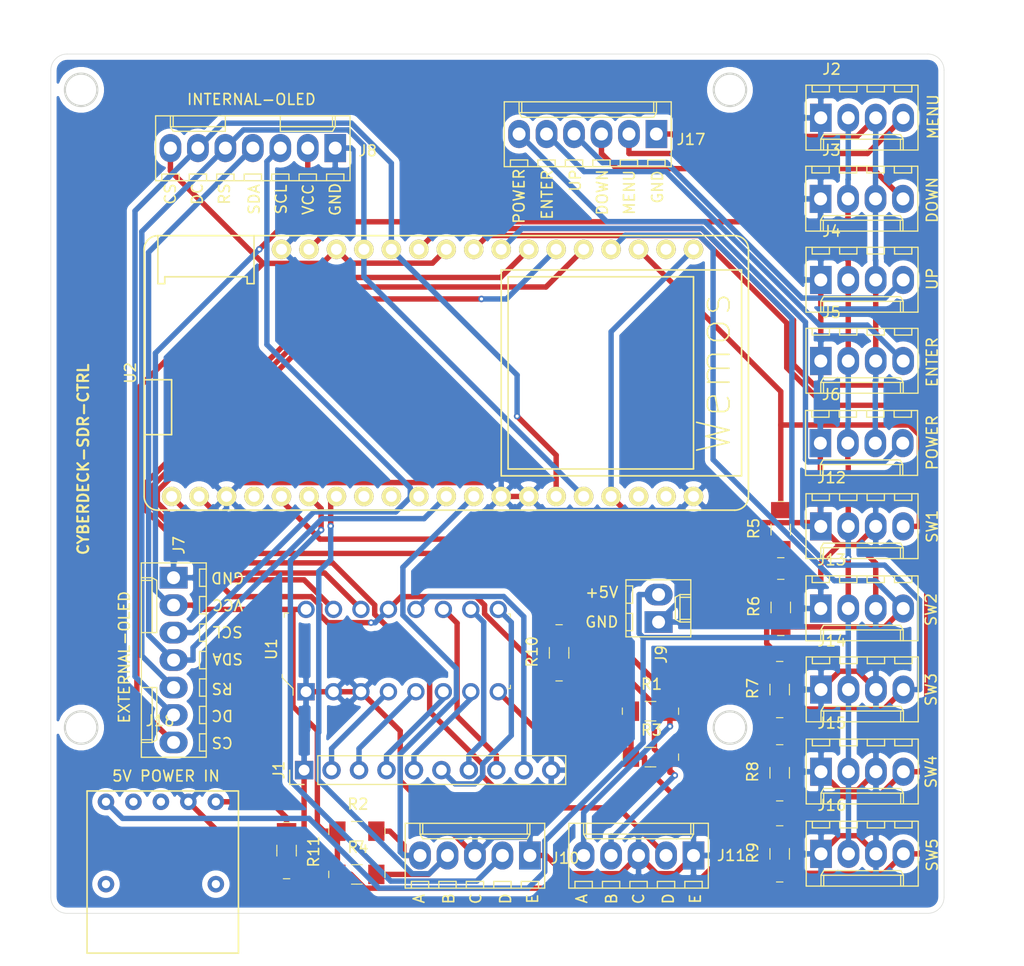
<source format=kicad_pcb>
(kicad_pcb (version 20171130) (host pcbnew "(5.1.8)-1")
  (layers (0 F.Cu signal) (31 B.Cu signal) (34 B.Paste user) (35 F.Paste user) (36 B.SilkS user) (37 F.SilkS user) (38 B.Mask user) (39 F.Mask user) (44 Edge.Cuts user))
  (net 0 "")
  (net 1 GND)
  (net 2 /C1)
  (net 3 /C2)
  (net 4 /C3)
  (net 5 /C4)
  (net 6 /R1)
  (net 7 /R2)
  (net 8 /R3)
  (net 9 /R4)
  (net 10 +5V)
  (net 11 "Net-(U2-Pad33)")
  (net 12 "Net-(U2-Pad28)")
  (net 13 "Net-(U2-Pad2)")
  (net 14 "Net-(U2-Pad19)")
  (net 15 "Net-(U2-Pad18)")
  (net 16 "Net-(U2-Pad29)")
  (net 17 R1-SW)
  (net 18 R1-B)
  (net 19 R1-A)
  (net 20 R2-SW)
  (net 21 R2-B)
  (net 22 R2-A)
  (net 23 SW-1)
  (net 24 SW-2)
  (net 25 SW-3)
  (net 26 SW-4)
  (net 27 SW-5)
  (net 28 +3V3)
  (net 29 SCL)
  (net 30 SDA)
  (net 31 D1-RS)
  (net 32 D1-DC)
  (net 33 D1-CS)
  (net 34 KP-SDA)
  (net 35 KP-SCL)
  (net 36 KP-INT)
  (net 37 SW_GND)
  (net 38 VD_SW_1)
  (net 39 VD_SW_2)
  (net 40 VD_SW_3)
  (net 41 VD_SW_4)
  (net 42 VD_SW_5)
  (net 43 "Net-(J18-Pad5)")
  (net 44 "Net-(J18-Pad3)")
  (net 45 "Net-(J18-Pad2)")
  (module digikey-footprints:1206 (layer F.Cu) (at 61.8 108.7 270)
    (fp_text reference R11 (at 0.1 -2.5 90) (layer F.SilkS))
    (fp_text value 33)
    (pad 2 smd rect (at 1.8 0 270) (size 1.5 1.8) (layers F.Cu F.Paste F.Mask) (net 1 GND))
    (pad 1 smd rect (at -1.8 0 270) (size 1.5 1.8) (layers F.Cu F.Paste F.Mask) (net 43 "Net-(J18-Pad5)"))
  )
  (module "Techdroid Lib:USB-Module-Micro" (layer F.Cu) (at 50.1 96.18)
    (fp_text reference J18 (at 0 0.5) (layer F.SilkS))
    (fp_text value USB_A)
    (pad 6 thru_hole circle (at 5.16 15.62) (size 1.524 1.524) (drill 0.762) (layers *.Cu *.Mask))
    (pad 6 thru_hole circle (at -5 15.62) (size 1.524 1.524) (drill 0.762) (layers *.Cu *.Mask))
    (pad 5 thru_hole circle (at 5.16 8) (size 1.524 1.524) (drill 0.762) (layers *.Cu *.Mask) (net 43 "Net-(J18-Pad5)"))
    (pad 4 thru_hole circle (at 2.62 8) (size 1.524 1.524) (drill 0.762) (layers *.Cu *.Mask) (net 1 GND))
    (pad 3 thru_hole circle (at 0.08 8) (size 1.524 1.524) (drill 0.762) (layers *.Cu *.Mask) (net 44 "Net-(J18-Pad3)"))
    (pad 2 thru_hole circle (at -2.46 8) (size 1.524 1.524) (drill 0.762) (layers *.Cu *.Mask) (net 45 "Net-(J18-Pad2)"))
    (pad 1 thru_hole circle (at -5 8) (size 1.524 1.524) (drill 0.762) (layers *.Cu *.Mask) (net 10 +5V))
  )
  (module digikey-footprints:1206 (layer F.Cu) (at 87 90.4 90)
    (fp_text reference R10 (at 0.1 -2.5 90) (layer F.SilkS))
    (fp_text value 10K)
    (pad 2 smd rect (at 1.8 0 90) (size 1.5 1.8) (layers F.Cu F.Paste F.Mask) (net 28 +3V3))
    (pad 1 smd rect (at -1.8 0 90) (size 1.5 1.8) (layers F.Cu F.Paste F.Mask) (net 36 KP-INT))
  )
  (module Connectors_Molex:Molex_KK-6410-06_06x2.54mm_Straight (layer F.Cu) (at 96 42.4 180)
    (fp_text reference J17 (at -3.2 -0.5) (layer F.SilkS))
    (fp_text value Conn_01x06_Female)
    (pad 1 thru_hole rect (at 0 0 180) (size 2 2.6) (drill 1.2) (layers *.Cu *.Mask) (net 37 SW_GND))
    (pad 2 thru_hole oval (at 2.54 0 180) (size 2 2.6) (drill 1.2) (layers *.Cu *.Mask) (net 38 VD_SW_1))
    (pad 3 thru_hole oval (at 5.08 0 180) (size 2 2.6) (drill 1.2) (layers *.Cu *.Mask) (net 39 VD_SW_2))
    (pad 4 thru_hole oval (at 7.62 0 180) (size 2 2.6) (drill 1.2) (layers *.Cu *.Mask) (net 40 VD_SW_3))
    (pad 5 thru_hole oval (at 10.16 0 180) (size 2 2.6) (drill 1.2) (layers *.Cu *.Mask) (net 41 VD_SW_4))
    (pad 6 thru_hole oval (at 12.7 0 180) (size 2 2.6) (drill 1.2) (layers *.Cu *.Mask) (net 42 VD_SW_5))
  )
  (module Connectors_Molex:Molex_KK-6410-04_04x2.54mm_Straight (layer F.Cu) (at 111.22 109)
    (fp_text reference J16 (at 1 -4.5) (layer F.SilkS))
    (fp_text value Conn_01x04_Female)
    (pad 1 thru_hole rect (at 0 0) (size 2 2.6) (drill 1.2) (layers *.Cu *.Mask) (net 1 GND))
    (pad 2 thru_hole oval (at 2.54 0) (size 2 2.6) (drill 1.2) (layers *.Cu *.Mask) (net 10 +5V))
    (pad 3 thru_hole oval (at 5.08 0) (size 2 2.6) (drill 1.2) (layers *.Cu *.Mask) (net 1 GND))
    (pad 4 thru_hole oval (at 7.62 0) (size 2 2.6) (drill 1.2) (layers *.Cu *.Mask) (net 27 SW-5))
  )
  (module Connectors_Molex:Molex_KK-6410-04_04x2.54mm_Straight (layer F.Cu) (at 111.22 101.4)
    (fp_text reference J15 (at 1 -4.5) (layer F.SilkS))
    (fp_text value Conn_01x04_Female)
    (pad 1 thru_hole rect (at 0 0) (size 2 2.6) (drill 1.2) (layers *.Cu *.Mask) (net 1 GND))
    (pad 2 thru_hole oval (at 2.54 0) (size 2 2.6) (drill 1.2) (layers *.Cu *.Mask) (net 10 +5V))
    (pad 3 thru_hole oval (at 5.08 0) (size 2 2.6) (drill 1.2) (layers *.Cu *.Mask) (net 1 GND))
    (pad 4 thru_hole oval (at 7.62 0) (size 2 2.6) (drill 1.2) (layers *.Cu *.Mask) (net 26 SW-4))
  )
  (module Connectors_Molex:Molex_KK-6410-04_04x2.54mm_Straight (layer F.Cu) (at 111.22 93.8)
    (fp_text reference J14 (at 1 -4.5) (layer F.SilkS))
    (fp_text value Conn_01x04_Female)
    (pad 1 thru_hole rect (at 0 0) (size 2 2.6) (drill 1.2) (layers *.Cu *.Mask) (net 1 GND))
    (pad 2 thru_hole oval (at 2.54 0) (size 2 2.6) (drill 1.2) (layers *.Cu *.Mask) (net 10 +5V))
    (pad 3 thru_hole oval (at 5.08 0) (size 2 2.6) (drill 1.2) (layers *.Cu *.Mask) (net 1 GND))
    (pad 4 thru_hole oval (at 7.62 0) (size 2 2.6) (drill 1.2) (layers *.Cu *.Mask) (net 25 SW-3))
  )
  (module Connectors_Molex:Molex_KK-6410-04_04x2.54mm_Straight (layer F.Cu) (at 111.2 86.3)
    (fp_text reference J13 (at 1 -4.5) (layer F.SilkS))
    (fp_text value Conn_01x04_Female)
    (pad 1 thru_hole rect (at 0 0) (size 2 2.6) (drill 1.2) (layers *.Cu *.Mask) (net 1 GND))
    (pad 2 thru_hole oval (at 2.54 0) (size 2 2.6) (drill 1.2) (layers *.Cu *.Mask) (net 10 +5V))
    (pad 3 thru_hole oval (at 5.08 0) (size 2 2.6) (drill 1.2) (layers *.Cu *.Mask) (net 1 GND))
    (pad 4 thru_hole oval (at 7.62 0) (size 2 2.6) (drill 1.2) (layers *.Cu *.Mask) (net 24 SW-2))
  )
  (module Connectors_Molex:Molex_KK-6410-04_04x2.54mm_Straight (layer F.Cu) (at 111.2 78.7)
    (fp_text reference J12 (at 1 -4.5) (layer F.SilkS))
    (fp_text value Conn_01x04_Female)
    (pad 1 thru_hole rect (at 0 0) (size 2 2.6) (drill 1.2) (layers *.Cu *.Mask) (net 1 GND))
    (pad 2 thru_hole oval (at 2.54 0) (size 2 2.6) (drill 1.2) (layers *.Cu *.Mask) (net 10 +5V))
    (pad 3 thru_hole oval (at 5.08 0) (size 2 2.6) (drill 1.2) (layers *.Cu *.Mask) (net 1 GND))
    (pad 4 thru_hole oval (at 7.62 0) (size 2 2.6) (drill 1.2) (layers *.Cu *.Mask) (net 23 SW-1))
  )
  (module Connectors_Molex:Molex_KK-6410-04_04x2.54mm_Straight (layer F.Cu) (at 111.16 71)
    (fp_text reference J6 (at 1 -4.5) (layer F.SilkS))
    (fp_text value Conn_01x04_Female)
    (pad 1 thru_hole rect (at 0 0) (size 2 2.6) (drill 1.2) (layers *.Cu *.Mask) (net 1 GND))
    (pad 2 thru_hole oval (at 2.54 0) (size 2 2.6) (drill 1.2) (layers *.Cu *.Mask) (net 10 +5V))
    (pad 3 thru_hole oval (at 5.08 0) (size 2 2.6) (drill 1.2) (layers *.Cu *.Mask) (net 37 SW_GND))
    (pad 4 thru_hole oval (at 7.62 0) (size 2 2.6) (drill 1.2) (layers *.Cu *.Mask) (net 42 VD_SW_5))
  )
  (module Connectors_Molex:Molex_KK-6410-04_04x2.54mm_Straight (layer F.Cu) (at 111.2 63.4)
    (fp_text reference J5 (at 1 -4.5) (layer F.SilkS))
    (fp_text value Conn_01x04_Female)
    (pad 1 thru_hole rect (at 0 0) (size 2 2.6) (drill 1.2) (layers *.Cu *.Mask) (net 1 GND))
    (pad 2 thru_hole oval (at 2.54 0) (size 2 2.6) (drill 1.2) (layers *.Cu *.Mask) (net 10 +5V))
    (pad 3 thru_hole oval (at 5.08 0) (size 2 2.6) (drill 1.2) (layers *.Cu *.Mask) (net 37 SW_GND))
    (pad 4 thru_hole oval (at 7.62 0) (size 2 2.6) (drill 1.2) (layers *.Cu *.Mask) (net 41 VD_SW_4))
  )
  (module Connectors_Molex:Molex_KK-6410-04_04x2.54mm_Straight (layer F.Cu) (at 111.2 55.9)
    (fp_text reference J4 (at 1 -4.5) (layer F.SilkS))
    (fp_text value Conn_01x04_Female)
    (pad 1 thru_hole rect (at 0 0) (size 2 2.6) (drill 1.2) (layers *.Cu *.Mask) (net 1 GND))
    (pad 2 thru_hole oval (at 2.54 0) (size 2 2.6) (drill 1.2) (layers *.Cu *.Mask) (net 10 +5V))
    (pad 3 thru_hole oval (at 5.08 0) (size 2 2.6) (drill 1.2) (layers *.Cu *.Mask) (net 37 SW_GND))
    (pad 4 thru_hole oval (at 7.62 0) (size 2 2.6) (drill 1.2) (layers *.Cu *.Mask) (net 40 VD_SW_3))
  )
  (module Connectors_Molex:Molex_KK-6410-04_04x2.54mm_Straight (layer F.Cu) (at 111.18 48.4)
    (fp_text reference J3 (at 1 -4.5) (layer F.SilkS))
    (fp_text value Conn_01x04_Female)
    (pad 1 thru_hole rect (at 0 0) (size 2 2.6) (drill 1.2) (layers *.Cu *.Mask) (net 1 GND))
    (pad 2 thru_hole oval (at 2.54 0) (size 2 2.6) (drill 1.2) (layers *.Cu *.Mask) (net 10 +5V))
    (pad 3 thru_hole oval (at 5.08 0) (size 2 2.6) (drill 1.2) (layers *.Cu *.Mask) (net 37 SW_GND))
    (pad 4 thru_hole oval (at 7.62 0) (size 2 2.6) (drill 1.2) (layers *.Cu *.Mask) (net 39 VD_SW_2))
  )
  (module Connectors_Molex:Molex_KK-6410-04_04x2.54mm_Straight (layer F.Cu) (at 111.2 40.9)
    (fp_text reference J2 (at 1 -4.5) (layer F.SilkS))
    (fp_text value Conn_01x04_Female)
    (pad 1 thru_hole rect (at 0 0) (size 2 2.6) (drill 1.2) (layers *.Cu *.Mask) (net 1 GND))
    (pad 2 thru_hole oval (at 2.54 0) (size 2 2.6) (drill 1.2) (layers *.Cu *.Mask) (net 10 +5V))
    (pad 3 thru_hole oval (at 5.08 0) (size 2 2.6) (drill 1.2) (layers *.Cu *.Mask) (net 37 SW_GND))
    (pad 4 thru_hole oval (at 7.62 0) (size 2 2.6) (drill 1.2) (layers *.Cu *.Mask) (net 38 VD_SW_1))
  )
  (module Connectors_Molex:Molex_KK-6410-05_05x2.54mm_Straight (layer F.Cu) (at 99.43 109.15 180)
    (fp_text reference J11 (at -3.5 0) (layer F.SilkS))
    (fp_text value Conn_01x05_Female)
    (pad 1 thru_hole rect (at 0 0 180) (size 2 2.6) (drill 1.2) (layers *.Cu *.Mask) (net 1 GND))
    (pad 2 thru_hole oval (at 2.54 0 180) (size 2 2.6) (drill 1.2) (layers *.Cu *.Mask) (net 20 R2-SW))
    (pad 3 thru_hole oval (at 5.08 0 180) (size 2 2.6) (drill 1.2) (layers *.Cu *.Mask) (net 1 GND))
    (pad 4 thru_hole oval (at 7.62 0 180) (size 2 2.6) (drill 1.2) (layers *.Cu *.Mask) (net 21 R2-B))
    (pad 5 thru_hole oval (at 10.16 0 180) (size 2 2.6) (drill 1.2) (layers *.Cu *.Mask) (net 22 R2-A))
  )
  (module Connectors_Molex:Molex_KK-6410-05_05x2.54mm_Straight (layer F.Cu) (at 84.3 109.15 180)
    (fp_text reference J10 (at -3.25 -0.25) (layer F.SilkS))
    (fp_text value Conn_01x05_Female)
    (pad 1 thru_hole rect (at 0 0 180) (size 2 2.6) (drill 1.2) (layers *.Cu *.Mask) (net 1 GND))
    (pad 2 thru_hole oval (at 2.54 0 180) (size 2 2.6) (drill 1.2) (layers *.Cu *.Mask) (net 17 R1-SW))
    (pad 3 thru_hole oval (at 5.08 0 180) (size 2 2.6) (drill 1.2) (layers *.Cu *.Mask) (net 1 GND))
    (pad 4 thru_hole oval (at 7.62 0 180) (size 2 2.6) (drill 1.2) (layers *.Cu *.Mask) (net 18 R1-B))
    (pad 5 thru_hole oval (at 10.16 0 180) (size 2 2.6) (drill 1.2) (layers *.Cu *.Mask) (net 19 R1-A))
  )
  (module Connectors_Molex:Molex_KK-6410-02_02x2.54mm_Straight (layer F.Cu) (at 96.2 87.55 90)
    (fp_text reference J9 (at -3 0.25 90) (layer F.SilkS))
    (fp_text value Conn_01x02)
    (pad 1 thru_hole rect (at 0 0 90) (size 2 2.6) (drill 1.2) (layers *.Cu *.Mask) (net 1 GND))
    (pad 2 thru_hole oval (at 2.54 0 90) (size 2 2.6) (drill 1.2) (layers *.Cu *.Mask) (net 10 +5V))
  )
  (module Connectors_Molex:Molex_KK-6410-07_07x2.54mm_Straight (layer F.Cu) (at 66.3 43.7 180)
    (fp_text reference J8 (at -3 -0.25) (layer F.SilkS))
    (fp_text value SINGLE-OLED)
    (pad 1 thru_hole rect (at 0 0 180) (size 2 2.6) (drill 1.2) (layers *.Cu *.Mask) (net 1 GND))
    (pad 2 thru_hole oval (at 2.54 0 180) (size 2 2.6) (drill 1.2) (layers *.Cu *.Mask) (net 28 +3V3))
    (pad 3 thru_hole oval (at 5.08 0 180) (size 2 2.6) (drill 1.2) (layers *.Cu *.Mask) (net 29 SCL))
    (pad 4 thru_hole oval (at 7.62 0 180) (size 2 2.6) (drill 1.2) (layers *.Cu *.Mask) (net 30 SDA))
    (pad 5 thru_hole oval (at 10.16 0 180) (size 2 2.6) (drill 1.2) (layers *.Cu *.Mask) (net 31 D1-RS))
    (pad 6 thru_hole oval (at 12.7 0 180) (size 2 2.6) (drill 1.2) (layers *.Cu *.Mask) (net 32 D1-DC))
    (pad 7 thru_hole oval (at 15.24 0 180) (size 2 2.6) (drill 1.2) (layers *.Cu *.Mask) (net 33 D1-CS))
  )
  (module Connectors_Molex:Molex_KK-6410-07_07x2.54mm_Straight (layer F.Cu) (at 51.35 83.45 270)
    (fp_text reference J7 (at -3 -0.5 90) (layer F.SilkS))
    (fp_text value COLOR-OLED)
    (pad 1 thru_hole rect (at 0 0 270) (size 2 2.6) (drill 1.2) (layers *.Cu *.Mask) (net 1 GND))
    (pad 2 thru_hole oval (at 2.54 0 270) (size 2 2.6) (drill 1.2) (layers *.Cu *.Mask) (net 28 +3V3))
    (pad 3 thru_hole oval (at 5.08 0 270) (size 2 2.6) (drill 1.2) (layers *.Cu *.Mask) (net 29 SCL))
    (pad 4 thru_hole oval (at 7.62 0 270) (size 2 2.6) (drill 1.2) (layers *.Cu *.Mask) (net 30 SDA))
    (pad 5 thru_hole oval (at 10.16 0 270) (size 2 2.6) (drill 1.2) (layers *.Cu *.Mask) (net 31 D1-RS))
    (pad 6 thru_hole oval (at 12.7 0 270) (size 2 2.6) (drill 1.2) (layers *.Cu *.Mask) (net 32 D1-DC))
    (pad 7 thru_hole oval (at 15.24 0 270) (size 2 2.6) (drill 1.2) (layers *.Cu *.Mask) (net 33 D1-CS))
  )
  (module digikey-footprints:1206 (layer F.Cu) (at 107.4 109 90)
    (fp_text reference R9 (at 0.1 -2.5 90) (layer F.SilkS))
    (fp_text value 10K)
    (pad 2 smd rect (at 1.8 0 90) (size 1.5 1.8) (layers F.Cu F.Paste F.Mask) (net 28 +3V3))
    (pad 1 smd rect (at -1.8 0 90) (size 1.5 1.8) (layers F.Cu F.Paste F.Mask) (net 27 SW-5))
  )
  (module digikey-footprints:1206 (layer F.Cu) (at 107.4 101.5 90)
    (fp_text reference R8 (at 0.1 -2.5 90) (layer F.SilkS))
    (fp_text value 10K)
    (pad 2 smd rect (at 1.8 0 90) (size 1.5 1.8) (layers F.Cu F.Paste F.Mask) (net 28 +3V3))
    (pad 1 smd rect (at -1.8 0 90) (size 1.5 1.8) (layers F.Cu F.Paste F.Mask) (net 26 SW-4))
  )
  (module digikey-footprints:1206 (layer F.Cu) (at 107.4 93.8 90)
    (fp_text reference R7 (at 0.1 -2.5 90) (layer F.SilkS))
    (fp_text value 10K)
    (pad 2 smd rect (at 1.8 0 90) (size 1.5 1.8) (layers F.Cu F.Paste F.Mask) (net 28 +3V3))
    (pad 1 smd rect (at -1.8 0 90) (size 1.5 1.8) (layers F.Cu F.Paste F.Mask) (net 25 SW-3))
  )
  (module digikey-footprints:1206 (layer F.Cu) (at 107.5 86.2 90)
    (fp_text reference R6 (at 0.1 -2.5 90) (layer F.SilkS))
    (fp_text value 10K)
    (pad 2 smd rect (at 1.8 0 90) (size 1.5 1.8) (layers F.Cu F.Paste F.Mask) (net 28 +3V3))
    (pad 1 smd rect (at -1.8 0 90) (size 1.5 1.8) (layers F.Cu F.Paste F.Mask) (net 24 SW-2))
  )
  (module digikey-footprints:1206 (layer F.Cu) (at 107.5 79 90)
    (fp_text reference R5 (at 0.1 -2.5 90) (layer F.SilkS))
    (fp_text value 10K)
    (pad 2 smd rect (at 1.8 0 90) (size 1.5 1.8) (layers F.Cu F.Paste F.Mask) (net 23 SW-1))
    (pad 1 smd rect (at -1.8 0 90) (size 1.5 1.8) (layers F.Cu F.Paste F.Mask) (net 28 +3V3))
  )
  (module ESP32:LoLin_32_Board (layer F.Cu) (at 75.3 64.5 270)
    (fp_text reference U2 (at 0 27.94 90) (layer F.SilkS))
    (fp_text value Wemos_LoLin32)
    (fp_text user Wemos (at 0 -26.035 90) (layer F.SilkS) (effects (font (size 3 3))))
    (pad 36 thru_hole circle (at 11.43 24.13 270) (size 1.8 1.8) (drill 1.016) (layers *.Cu *.Mask F.SilkS) (net 20 R2-SW))
    (pad 35 thru_hole circle (at 11.43 21.59 270) (size 1.8 1.8) (drill 1.016) (layers *.Cu *.Mask F.SilkS) (net 21 R2-B))
    (pad 34 thru_hole circle (at 11.43 19.05 270) (size 1.8 1.8) (drill 1.016) (layers *.Cu *.Mask F.SilkS) (net 1 GND))
    (pad 33 thru_hole circle (at 11.43 16.51 270) (size 1.8 1.8) (drill 1.016) (layers *.Cu *.Mask F.SilkS) (net 11 "Net-(U2-Pad33)"))
    (pad 32 thru_hole circle (at 11.43 13.97 270) (size 1.8 1.8) (drill 1.016) (layers *.Cu *.Mask F.SilkS) (net 22 R2-A))
    (pad 31 thru_hole circle (at 11.43 11.43 270) (size 1.8 1.8) (drill 1.016) (layers *.Cu *.Mask F.SilkS) (net 17 R1-SW))
    (pad 30 thru_hole circle (at 11.43 8.89 270) (size 1.8 1.8) (drill 1.016) (layers *.Cu *.Mask F.SilkS) (net 18 R1-B))
    (pad 29 thru_hole circle (at 11.43 6.35 270) (size 1.8 1.8) (drill 1.016) (layers *.Cu *.Mask F.SilkS) (net 16 "Net-(U2-Pad29)"))
    (pad 28 thru_hole circle (at 11.43 3.81 270) (size 1.8 1.8) (drill 1.016) (layers *.Cu *.Mask F.SilkS) (net 12 "Net-(U2-Pad28)"))
    (pad 27 thru_hole circle (at 11.43 1.27 270) (size 1.8 1.8) (drill 1.016) (layers *.Cu *.Mask F.SilkS) (net 29 SCL))
    (pad 26 thru_hole circle (at 11.43 -1.27 270) (size 1.8 1.8) (drill 1.016) (layers *.Cu *.Mask F.SilkS) (net 30 SDA))
    (pad 25 thru_hole circle (at 11.43 -3.81 270) (size 1.8 1.8) (drill 1.016) (layers *.Cu *.Mask F.SilkS) (net 19 R1-A))
    (pad 16 thru_hole circle (at -11.43 13.97 270) (size 1.8 1.8) (drill 1.016) (layers *.Cu *.Mask F.SilkS) (net 1 GND))
    (pad 15 thru_hole circle (at -11.43 11.43 270) (size 1.8 1.8) (drill 1.016) (layers *.Cu *.Mask F.SilkS) (net 10 +5V))
    (pad 14 thru_hole circle (at -11.43 8.89 270) (size 1.8 1.8) (drill 1.016) (layers *.Cu *.Mask F.SilkS) (net 33 D1-CS))
    (pad 13 thru_hole circle (at -11.43 6.35 270) (size 1.8 1.8) (drill 1.016) (layers *.Cu *.Mask F.SilkS) (net 31 D1-RS))
    (pad 12 thru_hole circle (at -11.43 3.81 270) (size 1.8 1.8) (drill 1.016) (layers *.Cu *.Mask F.SilkS) (net 32 D1-DC))
    (pad 11 thru_hole circle (at -11.43 1.27 270) (size 1.8 1.8) (drill 1.016) (layers *.Cu *.Mask F.SilkS) (net 27 SW-5))
    (pad 10 thru_hole circle (at -11.43 -1.27 270) (size 1.8 1.8) (drill 1.016) (layers *.Cu *.Mask F.SilkS) (net 33 D1-CS))
    (pad 9 thru_hole circle (at -11.43 -3.81 270) (size 1.8 1.8) (drill 1.016) (layers *.Cu *.Mask F.SilkS) (net 26 SW-4))
    (pad 8 thru_hole circle (at -11.43 -6.35 270) (size 1.8 1.8) (drill 1.016) (layers *.Cu *.Mask F.SilkS) (net 25 SW-3))
    (pad 7 thru_hole circle (at -11.43 -8.89 270) (size 1.8 1.8) (drill 1.016) (layers *.Cu *.Mask F.SilkS) (net 36 KP-INT))
    (pad 6 thru_hole circle (at -11.43 -11.43 270) (size 1.8 1.8) (drill 1.016) (layers *.Cu *.Mask F.SilkS) (net 35 KP-SCL))
    (pad 5 thru_hole circle (at -11.43 -13.97 270) (size 1.8 1.8) (drill 1.016) (layers *.Cu *.Mask F.SilkS) (net 34 KP-SDA))
    (pad 4 thru_hole circle (at -11.43 -16.51 270) (size 1.8 1.8) (drill 1.016) (layers *.Cu *.Mask F.SilkS) (net 24 SW-2))
    (pad 3 thru_hole circle (at -11.43 -19.05 270) (size 1.8 1.8) (drill 1.016) (layers *.Cu *.Mask F.SilkS) (net 23 SW-1))
    (pad 2 thru_hole circle (at -11.43 -21.59 270) (size 1.8 1.8) (drill 1.016) (layers *.Cu *.Mask F.SilkS) (net 13 "Net-(U2-Pad2)"))
    (pad 1 thru_hole circle (at -11.43 -24.13 270) (size 1.8 1.8) (drill 1.016) (layers *.Cu *.Mask F.SilkS) (net 28 +3V3))
    (pad 24 thru_hole circle (at 11.43 -6.35 270) (size 1.8 1.8) (drill 1.016) (layers *.Cu *.Mask F.SilkS) (net 1 GND))
    (pad 23 thru_hole circle (at 11.43 -8.89 270) (size 1.8 1.8) (drill 1.016) (layers *.Cu *.Mask F.SilkS) (net 1 GND))
    (pad 22 thru_hole circle (at 11.43 -11.43 270) (size 1.8 1.8) (drill 1.016) (layers *.Cu *.Mask F.SilkS) (net 32 D1-DC))
    (pad 21 thru_hole circle (at 11.43 -13.97 270) (size 1.8 1.8) (drill 1.016) (layers *.Cu *.Mask F.SilkS) (net 31 D1-RS))
    (pad 20 thru_hole circle (at 11.43 -16.51 270) (size 1.8 1.8) (drill 1.016) (layers *.Cu *.Mask F.SilkS) (net 28 +3V3))
    (pad 19 thru_hole circle (at 11.43 -19.05 270) (size 1.8 1.8) (drill 1.016) (layers *.Cu *.Mask F.SilkS) (net 14 "Net-(U2-Pad19)"))
    (pad 18 thru_hole circle (at 11.43 -21.59 270) (size 1.8 1.8) (drill 1.016) (layers *.Cu *.Mask F.SilkS) (net 15 "Net-(U2-Pad18)"))
    (pad 17 thru_hole circle (at 11.43 -24.13 270) (size 1.8 1.8) (drill 1.016) (layers *.Cu *.Mask F.SilkS) (net 1 GND))
  )
  (module digikey-footprints:DIP-16_W7.62mm (layer F.Cu) (at 63.6 94 90)
    (fp_text reference U1 (at 3.94 -3.2 90) (layer F.SilkS))
    (fp_text value PCF8574)
    (pad 9 thru_hole circle (at 7.62 17.78 90) (size 1.6 1.6) (drill 1) (layers *.Cu *.Mask) (net 6 /R1))
    (pad 8 thru_hole circle (at 0 17.78 90) (size 1.6 1.6) (drill 1) (layers *.Cu *.Mask) (net 1 GND))
    (pad 16 thru_hole circle (at 7.62 0 90) (size 1.6 1.6) (drill 1) (layers *.Cu *.Mask) (net 28 +3V3))
    (pad 15 thru_hole circle (at 7.62 2.54 90) (size 1.6 1.6) (drill 1) (layers *.Cu *.Mask) (net 34 KP-SDA))
    (pad 14 thru_hole circle (at 7.62 5.08 90) (size 1.6 1.6) (drill 1) (layers *.Cu *.Mask) (net 35 KP-SCL))
    (pad 13 thru_hole circle (at 7.62 7.62 90) (size 1.6 1.6) (drill 1) (layers *.Cu *.Mask) (net 36 KP-INT))
    (pad 12 thru_hole circle (at 7.62 10.16 90) (size 1.6 1.6) (drill 1) (layers *.Cu *.Mask) (net 9 /R4))
    (pad 11 thru_hole circle (at 7.62 12.7 90) (size 1.6 1.6) (drill 1) (layers *.Cu *.Mask) (net 8 /R3))
    (pad 10 thru_hole circle (at 7.62 15.24 90) (size 1.6 1.6) (drill 1) (layers *.Cu *.Mask) (net 7 /R2))
    (pad 7 thru_hole circle (at 0 15.24 90) (size 1.6 1.6) (drill 1) (layers *.Cu *.Mask) (net 5 /C4))
    (pad 6 thru_hole circle (at 0 12.7 90) (size 1.6 1.6) (drill 1) (layers *.Cu *.Mask) (net 4 /C3))
    (pad 5 thru_hole circle (at 0 10.16 90) (size 1.6 1.6) (drill 1) (layers *.Cu *.Mask) (net 3 /C2))
    (pad 4 thru_hole circle (at 0 7.62 90) (size 1.6 1.6) (drill 1) (layers *.Cu *.Mask) (net 2 /C1))
    (pad 3 thru_hole circle (at 0 5.08 90) (size 1.6 1.6) (drill 1) (layers *.Cu *.Mask) (net 1 GND))
    (pad 2 thru_hole circle (at 0 2.54 90) (size 1.6 1.6) (drill 1) (layers *.Cu *.Mask) (net 1 GND))
    (pad 1 thru_hole rect (at 0 0 90) (size 1.6 1.6) (drill 1) (layers *.Cu *.Mask) (net 1 GND))
  )
  (module digikey-footprints:1206 (layer F.Cu) (at 68.3 110.9)
    (fp_text reference R4 (at 0.1 -2.5) (layer F.SilkS))
    (fp_text value 10K)
    (pad 2 smd rect (at 1.8 0) (size 1.5 1.8) (layers F.Cu F.Paste F.Mask) (net 18 R1-B))
    (pad 1 smd rect (at -1.8 0) (size 1.5 1.8) (layers F.Cu F.Paste F.Mask) (net 28 +3V3))
  )
  (module digikey-footprints:1206 (layer F.Cu) (at 95.45 100.05)
    (fp_text reference R3 (at 0.1 -2.5) (layer F.SilkS))
    (fp_text value 10K)
    (pad 2 smd rect (at 1.8 0) (size 1.5 1.8) (layers F.Cu F.Paste F.Mask) (net 21 R2-B))
    (pad 1 smd rect (at -1.8 0) (size 1.5 1.8) (layers F.Cu F.Paste F.Mask) (net 28 +3V3))
  )
  (module digikey-footprints:1206 (layer F.Cu) (at 68.3 106.9)
    (fp_text reference R2 (at 0.1 -2.5) (layer F.SilkS))
    (fp_text value 10K)
    (pad 2 smd rect (at 1.8 0) (size 1.5 1.8) (layers F.Cu F.Paste F.Mask) (net 19 R1-A))
    (pad 1 smd rect (at -1.8 0) (size 1.5 1.8) (layers F.Cu F.Paste F.Mask) (net 28 +3V3))
  )
  (module digikey-footprints:1206 (layer F.Cu) (at 95.45 95.8)
    (fp_text reference R1 (at 0.1 -2.5) (layer F.SilkS))
    (fp_text value 10K)
    (pad 2 smd rect (at 1.8 0) (size 1.5 1.8) (layers F.Cu F.Paste F.Mask) (net 22 R2-A))
    (pad 1 smd rect (at -1.8 0) (size 1.5 1.8) (layers F.Cu F.Paste F.Mask) (net 28 +3V3))
  )
  (module Pin_Headers:Pin_Header_Straight_1x10_Pitch2.54mm (layer F.Cu) (at 63.42 101.25 90)
    (fp_text reference J1 (at 0 -2.33 90) (layer F.SilkS))
    (fp_text value KEYPAD)
    (pad 1 thru_hole rect (at 0 0 90) (size 1.7 1.7) (drill 1) (layers *.Cu *.Mask) (net 1 GND))
    (pad 2 thru_hole oval (at 0 2.54 90) (size 1.7 1.7) (drill 1) (layers *.Cu *.Mask) (net 2 /C1))
    (pad 3 thru_hole oval (at 0 5.08 90) (size 1.7 1.7) (drill 1) (layers *.Cu *.Mask) (net 3 /C2))
    (pad 4 thru_hole oval (at 0 7.62 90) (size 1.7 1.7) (drill 1) (layers *.Cu *.Mask) (net 4 /C3))
    (pad 5 thru_hole oval (at 0 10.16 90) (size 1.7 1.7) (drill 1) (layers *.Cu *.Mask) (net 5 /C4))
    (pad 6 thru_hole oval (at 0 12.7 90) (size 1.7 1.7) (drill 1) (layers *.Cu *.Mask) (net 6 /R1))
    (pad 7 thru_hole oval (at 0 15.24 90) (size 1.7 1.7) (drill 1) (layers *.Cu *.Mask) (net 7 /R2))
    (pad 8 thru_hole oval (at 0 17.78 90) (size 1.7 1.7) (drill 1) (layers *.Cu *.Mask) (net 8 /R3))
    (pad 9 thru_hole oval (at 0 20.32 90) (size 1.7 1.7) (drill 1) (layers *.Cu *.Mask) (net 9 /R4))
    (pad 10 thru_hole oval (at 0 22.86 90) (size 1.7 1.7) (drill 1) (layers *.Cu *.Mask) (net 1 GND))
  )
  (gr_text "5V POWER IN" (at 50.65 101.8) (layer F.SilkS) (effects (font (size 1 1))))
  (gr_text SW5 (at 121.5 109.1 90) (layer F.SilkS) (effects (font (size 1 1))))
  (gr_text SW4 (at 121.4 101.4 90) (layer F.SilkS) (effects (font (size 1 1))))
  (gr_text SW3 (at 121.4 93.8 90) (layer F.SilkS) (effects (font (size 1 1))))
  (gr_text SW2 (at 121.4 86.4 90) (layer F.SilkS) (effects (font (size 1 1))))
  (gr_text SW1 (at 121.5 78.7 90) (layer F.SilkS) (effects (font (size 1 1))))
  (gr_text POWER (at 121.5 70.95 90) (layer F.SilkS) (effects (font (size 1 1))))
  (gr_text ENTER (at 121.5 63.5 90) (layer F.SilkS) (effects (font (size 1 1))))
  (gr_text UP (at 121.5 55.8 90) (layer F.SilkS) (effects (font (size 1 1))))
  (gr_text DOWN (at 121.5 48.5 90) (layer F.SilkS) (effects (font (size 1 1))))
  (gr_text MENU (at 121.6 40.8 90) (layer F.SilkS) (effects (font (size 1 1))))
  (gr_text POWER (at 83.3 48.15 90) (layer F.SilkS) (effects (font (size 1 1))))
  (gr_text ENTER (at 85.9 48 90) (layer F.SilkS) (effects (font (size 1 1))))
  (gr_text UP (at 88.5 46.7 90) (layer F.SilkS) (effects (font (size 1 1))))
  (gr_text DOWN (at 91 47.8 90) (layer F.SilkS) (effects (font (size 1 1))))
  (gr_text MENU (at 93.5 47.8 90) (layer F.SilkS) (effects (font (size 1 1))))
  (gr_text GND (at 96.1 47.3 90) (layer F.SilkS) (effects (font (size 1 1))))
  (gr_text CYBERDECK-SDR-CTRL (at 43 72.5 90) (layer F.SilkS) (effects (font (size 1 1) (thickness 0.2))))
  (gr_text +5V (at 90.95 84.8) (layer F.SilkS) (effects (font (size 1 1))))
  (gr_text GND (at 90.95 87.55) (layer F.SilkS) (effects (font (size 1 1))))
  (gr_text A (at 89.1 113.15 90) (layer F.SilkS) (effects (font (size 1 1))))
  (gr_text E (at 99.6 113.15 90) (layer F.SilkS) (effects (font (size 1 1))))
  (gr_text C (at 94.35 113.15 90) (layer F.SilkS) (effects (font (size 1 1))))
  (gr_text D (at 97.1 113.15 90) (layer F.SilkS) (effects (font (size 1 1))))
  (gr_text B (at 91.85 113.15 90) (layer F.SilkS) (effects (font (size 1 1))))
  (gr_text A (at 74.05 113.15 90) (layer F.SilkS) (effects (font (size 1 1))))
  (gr_text E (at 84.55 113.15 90) (layer F.SilkS) (effects (font (size 1 1))))
  (gr_text C (at 79.3 113.15 90) (layer F.SilkS) (effects (font (size 1 1))))
  (gr_text B (at 76.8 113.15 90) (layer F.SilkS) (effects (font (size 1 1))))
  (gr_text D (at 82.05 113.15 90) (layer F.SilkS) (effects (font (size 1 1))))
  (gr_text EXTERNAL-OLED (at 46.8 90.8 90) (layer F.SilkS) (effects (font (size 1 1))))
  (gr_text RS (at 55.85 93.7 180) (layer F.SilkS) (effects (font (size 1 1))))
  (gr_text VCC (at 56.35 85.95 180) (layer F.SilkS) (effects (font (size 1 1))))
  (gr_text DC (at 55.85 96.2 180) (layer F.SilkS) (effects (font (size 1 1))))
  (gr_text SDA (at 56.35 90.95 180) (layer F.SilkS) (effects (font (size 1 1))))
  (gr_text SCL (at 56.35 88.45 180) (layer F.SilkS) (effects (font (size 1 1))))
  (gr_text CS (at 55.85 98.7 180) (layer F.SilkS) (effects (font (size 1 1))))
  (gr_text GND (at 56.35 83.45 180) (layer F.SilkS) (effects (font (size 1 1))))
  (gr_text GND (at 66.3 48.45 90) (layer F.SilkS) (effects (font (size 1 1))))
  (gr_text VCC (at 63.8 48.45 90) (layer F.SilkS) (effects (font (size 1 1))))
  (gr_text SCL (at 61.3 48.45 90) (layer F.SilkS) (effects (font (size 1 1))))
  (gr_text SDA (at 58.8 48.45 90) (layer F.SilkS) (effects (font (size 1 1))))
  (gr_text RS (at 56.05 47.95 90) (layer F.SilkS) (effects (font (size 1 1))))
  (gr_text DC (at 53.55 47.95 90) (layer F.SilkS) (effects (font (size 1 1))))
  (gr_text CS (at 51.05 47.95 90) (layer F.SilkS) (effects (font (size 1 1))))
  (gr_text INTERNAL-OLED (at 58.55 39.2) (layer F.SilkS) (effects (font (size 1 1))))
  (gr_arc (start 41.5 113) (end 40 113) (angle -90) (layer Edge.Cuts) (width 0.05))
  (gr_arc (start 121.1 113) (end 121.1 114.5) (angle -90) (layer Edge.Cuts) (width 0.05))
  (gr_arc (start 121.1 36.5) (end 122.6 36.5) (angle -90) (layer Edge.Cuts) (width 0.05))
  (gr_arc (start 41.5 36.5) (end 41.5 35) (angle -90) (layer Edge.Cuts) (width 0.05))
  (gr_circle (center 42.800001 97.311879) (end 44.300001 97.311879) (layer Edge.Cuts) (width 0.2))
  (gr_circle (center 42.800001 38.311879) (end 44.300001 38.311879) (layer Edge.Cuts) (width 0.2))
  (gr_circle (center 102.800001 38.311879) (end 104.300001 38.311879) (layer Edge.Cuts) (width 0.2))
  (gr_circle (center 102.800001 97.311879) (end 104.300001 97.311879) (layer Edge.Cuts) (width 0.2))
  (gr_line (start 40 113) (end 40 36.5) (layer Edge.Cuts) (width 0.05))
  (gr_line (start 121.1 114.5) (end 41.5 114.5) (layer Edge.Cuts) (width 0.05))
  (gr_line (start 122.6 36.5) (end 122.6 113) (layer Edge.Cuts) (width 0.05))
  (gr_line (start 41.5 35) (end 121.1 35) (layer Edge.Cuts) (width 0.05))
  (segment (start 84.3 107.4726) (end 84.3 109.15) (width 0.5) (layer B.Cu) (net 1))
  (segment (start 86.28 102.6) (end 84.3 104.58) (width 0.5) (layer B.Cu) (net 1))
  (segment (start 84.3 104.58) (end 84.3 107.4726) (width 0.5) (layer B.Cu) (net 1))
  (segment (start 79.22 109.15) (end 80.8974 107.4726) (width 0.5) (layer B.Cu) (net 1))
  (segment (start 80.8974 107.4726) (end 84.3 107.4726) (width 0.5) (layer B.Cu) (net 1))
  (segment (start 86.28 101.25) (end 86.28 102.6) (width 0.5) (layer B.Cu) (net 1))
  (segment (start 111.16 71) (end 111.16 69.2) (width 0.5) (layer B.Cu) (net 1))
  (segment (start 111.16 69.2) (end 111.2 69.16) (width 0.5) (layer B.Cu) (net 1))
  (segment (start 111.2 69.16) (end 111.2 63.4) (width 0.5) (layer B.Cu) (net 1))
  (segment (start 81.65 75.93) (end 80.3698 74.6498) (width 0.5) (layer F.Cu) (net 1))
  (segment (start 80.3698 74.6498) (end 57.5302 74.6498) (width 0.5) (layer F.Cu) (net 1))
  (segment (start 57.5302 74.6498) (end 56.25 75.93) (width 0.5) (layer F.Cu) (net 1))
  (segment (start 84.19 75.93) (end 81.65 75.93) (width 0.5) (layer F.Cu) (net 1))
  (segment (start 94.35 109.15) (end 96.0293 110.8293) (width 0.5) (layer F.Cu) (net 1))
  (segment (start 96.0293 110.8293) (end 97.7507 110.8293) (width 0.5) (layer F.Cu) (net 1))
  (segment (start 97.7507 110.8293) (end 99.43 109.15) (width 0.5) (layer F.Cu) (net 1))
  (segment (start 85.8 109.15) (end 87.4792 110.8292) (width 0.5) (layer F.Cu) (net 1))
  (segment (start 87.4792 110.8292) (end 92.6708 110.8292) (width 0.5) (layer F.Cu) (net 1))
  (segment (start 92.6708 110.8292) (end 94.35 109.15) (width 0.5) (layer F.Cu) (net 1))
  (segment (start 51.35 83.45) (end 51.35 81.95) (width 0.5) (layer B.Cu) (net 1))
  (segment (start 56.25 75.93) (end 56.25 77.05) (width 0.5) (layer B.Cu) (net 1))
  (segment (start 56.25 77.05) (end 51.35 81.95) (width 0.5) (layer B.Cu) (net 1))
  (segment (start 68.68 94) (end 66.14 94) (width 0.5) (layer F.Cu) (net 1))
  (segment (start 79.22 109.15) (end 72.31 102.24) (width 0.5) (layer F.Cu) (net 1))
  (segment (start 72.31 102.24) (end 72.31 97.63) (width 0.5) (layer F.Cu) (net 1))
  (segment (start 72.31 97.63) (end 68.68 94) (width 0.5) (layer F.Cu) (net 1))
  (segment (start 63.6 94) (end 63.6 95.3) (width 0.5) (layer B.Cu) (net 1))
  (segment (start 63.6 95.3) (end 63.42 95.48) (width 0.5) (layer B.Cu) (net 1))
  (segment (start 63.42 95.48) (end 63.42 101.25) (width 0.5) (layer B.Cu) (net 1))
  (segment (start 61.33 53.07) (end 66.3 48.1) (width 0.5) (layer F.Cu) (net 1))
  (segment (start 66.3 48.1) (end 66.3 43.7) (width 0.5) (layer F.Cu) (net 1))
  (segment (start 112.9046 80.4046) (end 111.2 78.7) (width 0.5) (layer F.Cu) (net 1))
  (segment (start 114.5754 80.4046) (end 112.9046 80.4046) (width 0.5) (layer F.Cu) (net 1))
  (segment (start 112.9046 80.4046) (end 111.2 82.1092) (width 0.5) (layer F.Cu) (net 1))
  (segment (start 111.2 82.1092) (end 111.2 86.3) (width 0.5) (layer F.Cu) (net 1))
  (segment (start 81.65 75.93) (end 81.65 73.39) (width 0.5) (layer B.Cu) (net 1))
  (segment (start 81.65 73.39) (end 61.33 53.07) (width 0.5) (layer B.Cu) (net 1))
  (segment (start 111.22 109) (end 112.8974 107.3226) (width 0.5) (layer F.Cu) (net 1))
  (segment (start 112.8974 107.3226) (end 114.6226 107.3226) (width 0.5) (layer F.Cu) (net 1))
  (segment (start 114.6226 107.3226) (end 116.3 109) (width 0.5) (layer F.Cu) (net 1))
  (segment (start 116.3 101.4) (end 114.6156 103.0844) (width 0.5) (layer F.Cu) (net 1))
  (segment (start 114.6156 103.0844) (end 112.9044 103.0844) (width 0.5) (layer F.Cu) (net 1))
  (segment (start 112.9044 103.0844) (end 111.22 101.4) (width 0.5) (layer F.Cu) (net 1))
  (segment (start 97.9159 77.2336) (end 85.4936 77.2336) (width 0.5) (layer B.Cu) (net 1))
  (segment (start 85.4936 77.2336) (end 84.19 75.93) (width 0.5) (layer B.Cu) (net 1))
  (segment (start 99.43 75.93) (end 98.1264 77.2336) (width 0.5) (layer B.Cu) (net 1))
  (segment (start 98.1264 77.2336) (end 97.9159 77.2336) (width 0.5) (layer B.Cu) (net 1))
  (segment (start 96.2 87.55) (end 97.9159 85.8341) (width 0.5) (layer B.Cu) (net 1))
  (segment (start 97.9159 85.8341) (end 97.9159 77.2336) (width 0.5) (layer B.Cu) (net 1))
  (segment (start 84.3 109.15) (end 85.8 109.15) (width 0.5) (layer F.Cu) (net 1))
  (segment (start 52.72 104.18) (end 57.79 109.25) (width 0.5) (layer F.Cu) (net 1))
  (segment (start 57.79 109.25) (end 61.8 109.25) (width 0.5) (layer F.Cu) (net 1))
  (segment (start 61.8 110.5) (end 61.8 109.25) (width 0.5) (layer F.Cu) (net 1))
  (segment (start 63.42 101.25) (end 63.42 107.63) (width 0.5) (layer F.Cu) (net 1))
  (segment (start 63.42 107.63) (end 61.8 109.25) (width 0.5) (layer F.Cu) (net 1))
  (segment (start 111.22 93.8) (end 112.9159 92.1041) (width 0.5) (layer F.Cu) (net 1))
  (segment (start 112.9159 92.1041) (end 114.6041 92.1041) (width 0.5) (layer F.Cu) (net 1))
  (segment (start 114.6041 92.1041) (end 116.3 93.8) (width 0.5) (layer F.Cu) (net 1))
  (segment (start 111.16 78.3568) (end 101.8568 78.3568) (width 0.5) (layer F.Cu) (net 1))
  (segment (start 101.8568 78.3568) (end 99.43 75.93) (width 0.5) (layer F.Cu) (net 1))
  (segment (start 111.2 78.3568) (end 111.16 78.3568) (width 0.5) (layer F.Cu) (net 1))
  (segment (start 111.16 78.3568) (end 111.16 72.8) (width 0.5) (layer F.Cu) (net 1))
  (segment (start 111.16 71) (end 111.16 72.8) (width 0.5) (layer F.Cu) (net 1))
  (segment (start 111.2 78.7) (end 111.2 78.3568) (width 0.5) (layer F.Cu) (net 1))
  (segment (start 111.22 109) (end 109.72 109) (width 0.5) (layer B.Cu) (net 1))
  (segment (start 99.43 109.15) (end 109.57 109.15) (width 0.5) (layer B.Cu) (net 1))
  (segment (start 109.57 109.15) (end 109.72 109) (width 0.5) (layer B.Cu) (net 1))
  (segment (start 116.3 101.4) (end 116.3 109) (width 0.5) (layer B.Cu) (net 1))
  (segment (start 116.3 93.8) (end 116.3 101.4) (width 0.5) (layer B.Cu) (net 1))
  (segment (start 116.28 88.1) (end 116.3 88.12) (width 0.5) (layer B.Cu) (net 1))
  (segment (start 116.3 88.12) (end 116.3 93.8) (width 0.5) (layer B.Cu) (net 1))
  (segment (start 114.5754 80.4046) (end 116.28 82.1092) (width 0.5) (layer F.Cu) (net 1))
  (segment (start 116.28 82.1092) (end 116.28 86.3) (width 0.5) (layer F.Cu) (net 1))
  (segment (start 116.28 86.3) (end 116.28 88.1) (width 0.5) (layer B.Cu) (net 1))
  (segment (start 116.28 78.7) (end 114.5754 80.4046) (width 0.5) (layer F.Cu) (net 1))
  (segment (start 111.2 55.9) (end 111.2 63.4) (width 0.5) (layer F.Cu) (net 1))
  (segment (start 111.2 55.9) (end 111.2 54.1) (width 0.5) (layer B.Cu) (net 1))
  (segment (start 111.18 48.4) (end 111.18 54.08) (width 0.5) (layer B.Cu) (net 1))
  (segment (start 111.18 54.08) (end 111.2 54.1) (width 0.5) (layer B.Cu) (net 1))
  (segment (start 111.2 42.7) (end 111.18 42.72) (width 0.5) (layer B.Cu) (net 1))
  (segment (start 111.18 42.72) (end 111.18 48.4) (width 0.5) (layer B.Cu) (net 1))
  (segment (start 111.2 40.9) (end 111.2 42.7) (width 0.5) (layer B.Cu) (net 1))
  (segment (start 81.38 94) (end 86.28 98.9) (width 0.5) (layer F.Cu) (net 1))
  (segment (start 86.28 98.9) (end 86.28 101.25) (width 0.5) (layer F.Cu) (net 1))
  (segment (start 63.6 94) (end 66.14 94) (width 0.5) (layer F.Cu) (net 1))
  (segment (start 65.96 101.25) (end 65.96 99.26) (width 0.5) (layer B.Cu) (net 2))
  (segment (start 65.96 99.26) (end 71.22 94) (width 0.5) (layer B.Cu) (net 2))
  (segment (start 68.5 101.25) (end 68.5 99.26) (width 0.5) (layer B.Cu) (net 3))
  (segment (start 68.5 99.26) (end 73.76 94) (width 0.5) (layer B.Cu) (net 3))
  (segment (start 71.04 101.25) (end 71.04 99.9) (width 0.5) (layer B.Cu) (net 4))
  (segment (start 71.04 99.9) (end 76.3 94.64) (width 0.5) (layer B.Cu) (net 4))
  (segment (start 76.3 94.64) (end 76.3 94) (width 0.5) (layer B.Cu) (net 4))
  (segment (start 73.58 101.25) (end 73.58 99.9) (width 0.5) (layer B.Cu) (net 5))
  (segment (start 73.58 99.9) (end 78.84 94.64) (width 0.5) (layer B.Cu) (net 5))
  (segment (start 78.84 94.64) (end 78.84 94) (width 0.5) (layer B.Cu) (net 5))
  (segment (start 81.38 86.38) (end 82.582 87.582) (width 0.5) (layer B.Cu) (net 6))
  (segment (start 82.582 87.582) (end 82.582 98.0408) (width 0.5) (layer B.Cu) (net 6))
  (segment (start 82.582 98.0408) (end 79.93 100.6928) (width 0.5) (layer B.Cu) (net 6))
  (segment (start 79.93 100.6928) (end 79.93 101.7895) (width 0.5) (layer B.Cu) (net 6))
  (segment (start 79.93 101.7895) (end 79.1934 102.5261) (width 0.5) (layer B.Cu) (net 6))
  (segment (start 79.1934 102.5261) (end 77.3961 102.5261) (width 0.5) (layer B.Cu) (net 6))
  (segment (start 77.3961 102.5261) (end 76.12 101.25) (width 0.5) (layer B.Cu) (net 6))
  (segment (start 78.66 101.25) (end 78.66 99.9) (width 0.5) (layer B.Cu) (net 7))
  (segment (start 78.84 86.38) (end 80.0316 87.5716) (width 0.5) (layer B.Cu) (net 7))
  (segment (start 80.0316 87.5716) (end 80.0316 98.5284) (width 0.5) (layer B.Cu) (net 7))
  (segment (start 80.0316 98.5284) (end 78.66 99.9) (width 0.5) (layer B.Cu) (net 7))
  (segment (start 76.3 86.38) (end 77.57 87.65) (width 0.5) (layer F.Cu) (net 8))
  (segment (start 77.57 87.65) (end 77.57 96.27) (width 0.5) (layer F.Cu) (net 8))
  (segment (start 77.57 96.27) (end 81.2 99.9) (width 0.5) (layer F.Cu) (net 8))
  (segment (start 81.2 101.25) (end 81.2 99.9) (width 0.5) (layer F.Cu) (net 8))
  (segment (start 73.76 86.38) (end 74.9493 85.1907) (width 0.5) (layer B.Cu) (net 9))
  (segment (start 74.9493 85.1907) (end 81.8774 85.1907) (width 0.5) (layer B.Cu) (net 9))
  (segment (start 81.8774 85.1907) (end 83.74 87.0533) (width 0.5) (layer B.Cu) (net 9))
  (segment (start 83.74 87.0533) (end 83.74 101.25) (width 0.5) (layer B.Cu) (net 9))
  (segment (start 45.1 104.18) (end 46.6419 105.7219) (width 0.5) (layer B.Cu) (net 10))
  (segment (start 46.6419 105.7219) (end 63.8823 105.7219) (width 0.5) (layer B.Cu) (net 10))
  (segment (start 63.8823 105.7219) (end 70.3322 112.1718) (width 0.5) (layer B.Cu) (net 10))
  (segment (start 70.3322 112.1718) (end 84.1441 112.1718) (width 0.5) (layer B.Cu) (net 10))
  (segment (start 84.1441 112.1718) (end 85.6774 110.6385) (width 0.5) (layer B.Cu) (net 10))
  (segment (start 85.6774 110.6385) (end 85.6774 107.8053) (width 0.5) (layer B.Cu) (net 10))
  (segment (start 85.6774 107.8053) (end 94.768 98.7147) (width 0.5) (layer B.Cu) (net 10))
  (segment (start 94.768 98.7147) (end 94.768 88.9809) (width 0.5) (layer B.Cu) (net 10))
  (segment (start 94.768 88.9809) (end 94.4 88.6129) (width 0.5) (layer B.Cu) (net 10))
  (segment (start 94.4 88.6129) (end 94.4 85.01) (width 0.5) (layer B.Cu) (net 10))
  (segment (start 113.74 88.9809) (end 94.768 88.9809) (width 0.5) (layer B.Cu) (net 10))
  (segment (start 113.76 93.8) (end 113.76 92) (width 0.5) (layer B.Cu) (net 10))
  (segment (start 113.74 88.9809) (end 113.74 91.98) (width 0.5) (layer B.Cu) (net 10))
  (segment (start 113.74 91.98) (end 113.76 92) (width 0.5) (layer B.Cu) (net 10))
  (segment (start 113.74 88.1) (end 113.74 88.9809) (width 0.5) (layer B.Cu) (net 10))
  (segment (start 96.2 85.01) (end 94.4 85.01) (width 0.5) (layer B.Cu) (net 10))
  (segment (start 113.74 86.3) (end 113.74 88.1) (width 0.5) (layer B.Cu) (net 10))
  (segment (start 113.76 101.4) (end 113.76 109) (width 0.5) (layer B.Cu) (net 10))
  (segment (start 111.78 52.14) (end 113.74 54.1) (width 0.5) (layer F.Cu) (net 10))
  (segment (start 63.87 53.07) (end 66.4214 50.5186) (width 0.5) (layer F.Cu) (net 10))
  (segment (start 66.4214 50.5186) (end 110.1586 50.5186) (width 0.5) (layer F.Cu) (net 10))
  (segment (start 110.1586 50.5186) (end 111.78 52.14) (width 0.5) (layer F.Cu) (net 10))
  (segment (start 111.78 52.14) (end 113.72 50.2) (width 0.5) (layer F.Cu) (net 10))
  (segment (start 113.72 48.4) (end 113.72 50.2) (width 0.5) (layer F.Cu) (net 10))
  (segment (start 113.74 55.9) (end 113.74 54.1) (width 0.5) (layer F.Cu) (net 10))
  (segment (start 113.76 93.8) (end 113.76 101.4) (width 0.5) (layer B.Cu) (net 10))
  (segment (start 113.74 84.5) (end 113.74 81.6103) (width 0.5) (layer F.Cu) (net 10))
  (segment (start 113.74 78.7) (end 113.74 81.6103) (width 0.5) (layer B.Cu) (net 10))
  (segment (start 113.7 71) (end 113.7 72.8) (width 0.5) (layer F.Cu) (net 10))
  (segment (start 113.7 72.8) (end 113.74 72.84) (width 0.5) (layer F.Cu) (net 10))
  (segment (start 113.74 72.84) (end 113.74 78.7) (width 0.5) (layer F.Cu) (net 10))
  (segment (start 113.7 71) (end 113.7 69.2) (width 0.5) (layer B.Cu) (net 10))
  (segment (start 113.74 63.4) (end 113.74 69.16) (width 0.5) (layer B.Cu) (net 10))
  (segment (start 113.74 69.16) (end 113.7 69.2) (width 0.5) (layer B.Cu) (net 10))
  (segment (start 113.74 55.9) (end 113.74 63.4) (width 0.5) (layer F.Cu) (net 10))
  (segment (start 113.72 48.4) (end 113.72 46.6) (width 0.5) (layer B.Cu) (net 10))
  (segment (start 113.74 40.9) (end 113.74 46.58) (width 0.5) (layer B.Cu) (net 10))
  (segment (start 113.74 46.58) (end 113.72 46.6) (width 0.5) (layer B.Cu) (net 10))
  (segment (start 113.74 86.3) (end 113.74 84.5) (width 0.5) (layer F.Cu) (net 10))
  (via (at 113.74 81.6103) (size 0.6) (layers F.Cu B.Cu) (net 10))
  (segment (start 64.993 79.0287) (end 62.1543 81.8674) (width 0.5) (layer B.Cu) (net 17))
  (segment (start 62.1543 81.8674) (end 62.1543 102.2443) (width 0.5) (layer B.Cu) (net 17))
  (segment (start 62.1543 102.2443) (end 71.4273 111.5173) (width 0.5) (layer B.Cu) (net 17))
  (segment (start 71.4273 111.5173) (end 79.3927 111.5173) (width 0.5) (layer B.Cu) (net 17))
  (segment (start 79.3927 111.5173) (end 81.76 109.15) (width 0.5) (layer B.Cu) (net 17))
  (segment (start 63.87 75.93) (end 64.993 77.053) (width 0.5) (layer F.Cu) (net 17))
  (segment (start 64.993 77.053) (end 64.993 79.0287) (width 0.5) (layer F.Cu) (net 17))
  (via (at 64.993 79.0287) (size 0.6) (layers F.Cu B.Cu) (net 17))
  (segment (start 65.8789 78.665) (end 65.8789 81.7744) (width 0.5) (layer B.Cu) (net 18))
  (segment (start 65.8789 81.7744) (end 64.7775 82.8758) (width 0.5) (layer B.Cu) (net 18))
  (segment (start 64.7775 82.8758) (end 64.7775 97.7498) (width 0.5) (layer B.Cu) (net 18))
  (segment (start 64.7775 97.7498) (end 64.7124 97.8149) (width 0.5) (layer B.Cu) (net 18))
  (segment (start 64.7124 97.8149) (end 64.7124 102.1327) (width 0.5) (layer B.Cu) (net 18))
  (segment (start 64.7124 102.1327) (end 73.4151 110.8354) (width 0.5) (layer B.Cu) (net 18))
  (segment (start 73.4151 110.8354) (end 74.9946 110.8354) (width 0.5) (layer B.Cu) (net 18))
  (segment (start 74.9946 110.8354) (end 76.68 109.15) (width 0.5) (layer B.Cu) (net 18))
  (segment (start 66.41 75.93) (end 65.8789 76.4611) (width 0.5) (layer F.Cu) (net 18))
  (segment (start 65.8789 76.4611) (end 65.8789 78.665) (width 0.5) (layer F.Cu) (net 18))
  (segment (start 76.68 109.15) (end 74.93 110.9) (width 0.5) (layer F.Cu) (net 18))
  (segment (start 74.93 110.9) (end 70.1 110.9) (width 0.5) (layer F.Cu) (net 18))
  (via (at 65.8789 78.665) (size 0.6) (layers F.Cu B.Cu) (net 18))
  (segment (start 79.11 75.93) (end 72.5571 82.4829) (width 0.5) (layer B.Cu) (net 19))
  (segment (start 72.5571 82.4829) (end 72.5571 86.9147) (width 0.5) (layer B.Cu) (net 19))
  (segment (start 72.5571 86.9147) (end 77.5031 91.8607) (width 0.5) (layer B.Cu) (net 19))
  (segment (start 77.5031 91.8607) (end 77.5031 94.5713) (width 0.5) (layer B.Cu) (net 19))
  (segment (start 77.5031 94.5713) (end 72.31 99.7644) (width 0.5) (layer B.Cu) (net 19))
  (segment (start 72.31 99.7644) (end 72.31 108.82) (width 0.5) (layer B.Cu) (net 19))
  (segment (start 72.31 108.82) (end 72.64 109.15) (width 0.5) (layer B.Cu) (net 19))
  (segment (start 74.14 109.15) (end 72.64 109.15) (width 0.5) (layer F.Cu) (net 19))
  (segment (start 70.1 106.9) (end 71.35 106.9) (width 0.5) (layer F.Cu) (net 19))
  (segment (start 72.64 109.15) (end 72.64 108.19) (width 0.5) (layer F.Cu) (net 19))
  (segment (start 72.64 108.19) (end 71.35 106.9) (width 0.5) (layer F.Cu) (net 19))
  (segment (start 74.14 109.15) (end 72.64 109.15) (width 0.5) (layer B.Cu) (net 19))
  (segment (start 51.17 75.93) (end 57.3175 82.0775) (width 0.5) (layer F.Cu) (net 20))
  (segment (start 57.3175 82.0775) (end 66.0487 82.0775) (width 0.5) (layer F.Cu) (net 20))
  (segment (start 66.0487 82.0775) (end 69.95 85.9788) (width 0.5) (layer F.Cu) (net 20))
  (segment (start 69.95 85.9788) (end 69.95 86.8361) (width 0.5) (layer F.Cu) (net 20))
  (segment (start 69.95 86.8361) (end 75.03 91.9161) (width 0.5) (layer F.Cu) (net 20))
  (segment (start 75.03 91.9161) (end 75.03 95.8286) (width 0.5) (layer F.Cu) (net 20))
  (segment (start 75.03 95.8286) (end 79.93 100.7286) (width 0.5) (layer F.Cu) (net 20))
  (segment (start 79.93 100.7286) (end 79.93 101.7882) (width 0.5) (layer F.Cu) (net 20))
  (segment (start 79.93 101.7882) (end 82.8849 104.7431) (width 0.5) (layer F.Cu) (net 20))
  (segment (start 82.8849 104.7431) (end 92.4831 104.7431) (width 0.5) (layer F.Cu) (net 20))
  (segment (start 92.4831 104.7431) (end 96.89 109.15) (width 0.5) (layer F.Cu) (net 20))
  (segment (start 97.25 100.75) (end 95.8145 99.3145) (width 0.5) (layer F.Cu) (net 21))
  (segment (start 95.8145 99.3145) (end 95.8145 95.2115) (width 0.5) (layer F.Cu) (net 21))
  (segment (start 95.8145 95.2115) (end 81.8046 81.2016) (width 0.5) (layer F.Cu) (net 21))
  (segment (start 81.8046 81.2016) (end 58.9816 81.2016) (width 0.5) (layer F.Cu) (net 21))
  (segment (start 58.9816 81.2016) (end 53.71 75.93) (width 0.5) (layer F.Cu) (net 21))
  (segment (start 97.25 100.75) (end 97.25 101.45) (width 0.5) (layer F.Cu) (net 21))
  (segment (start 97.25 100.05) (end 97.25 100.75) (width 0.5) (layer F.Cu) (net 21))
  (segment (start 91.81 109.15) (end 91.81 107.35) (width 0.5) (layer B.Cu) (net 21))
  (segment (start 97.6995 101.7371) (end 97.4124 101.45) (width 0.5) (layer F.Cu) (net 21))
  (segment (start 97.4124 101.45) (end 97.25 101.45) (width 0.5) (layer F.Cu) (net 21))
  (segment (start 91.81 107.35) (end 92.0866 107.35) (width 0.5) (layer B.Cu) (net 21))
  (segment (start 92.0866 107.35) (end 97.6995 101.7371) (width 0.5) (layer B.Cu) (net 21))
  (via (at 97.6995 101.7371) (size 0.6) (layers F.Cu B.Cu) (net 21))
  (segment (start 97.25 94.4) (end 82.7319 79.8819) (width 0.5) (layer F.Cu) (net 22))
  (segment (start 82.7319 79.8819) (end 64.8884 79.8819) (width 0.5) (layer F.Cu) (net 22))
  (segment (start 64.8884 79.8819) (end 61.33 76.3235) (width 0.5) (layer F.Cu) (net 22))
  (segment (start 61.33 76.3235) (end 61.33 75.93) (width 0.5) (layer F.Cu) (net 22))
  (segment (start 97.25 95.8) (end 97.25 94.4) (width 0.5) (layer F.Cu) (net 22))
  (segment (start 89.27 109.15) (end 89.27 105.18) (width 0.5) (layer B.Cu) (net 22))
  (segment (start 89.27 105.18) (end 97.25 97.2) (width 0.5) (layer B.Cu) (net 22))
  (segment (start 97.25 95.8) (end 97.25 97.2) (width 0.5) (layer F.Cu) (net 22))
  (via (at 97.25 97.2) (size 0.6) (layers F.Cu B.Cu) (net 22))
  (segment (start 107.5 69.3226) (end 107.5 77.2) (width 0.5) (layer F.Cu) (net 23))
  (segment (start 94.35 53.07) (end 107.5 66.22) (width 0.5) (layer F.Cu) (net 23))
  (segment (start 107.5 66.22) (end 107.5 69.3226) (width 0.5) (layer F.Cu) (net 23))
  (segment (start 120.32 78.7) (end 120.32 70.2553) (width 0.5) (layer F.Cu) (net 23))
  (segment (start 120.32 70.2553) (end 119.3873 69.3226) (width 0.5) (layer F.Cu) (net 23))
  (segment (start 119.3873 69.3226) (end 107.5 69.3226) (width 0.5) (layer F.Cu) (net 23))
  (segment (start 118.82 78.7) (end 120.32 78.7) (width 0.5) (layer F.Cu) (net 23))
  (segment (start 91.81 53.07) (end 93.1191 51.7609) (width 0.5) (layer B.Cu) (net 24))
  (segment (start 93.1191 51.7609) (end 99.9368 51.7609) (width 0.5) (layer B.Cu) (net 24))
  (segment (start 99.9368 51.7609) (end 101.2412 53.0653) (width 0.5) (layer B.Cu) (net 24))
  (segment (start 101.2412 53.0653) (end 101.2412 72.519) (width 0.5) (layer B.Cu) (net 24))
  (segment (start 101.2412 72.519) (end 112.4476 83.7254) (width 0.5) (layer B.Cu) (net 24))
  (segment (start 112.4476 83.7254) (end 116.2454 83.7254) (width 0.5) (layer B.Cu) (net 24))
  (segment (start 116.2454 83.7254) (end 118.82 86.3) (width 0.5) (layer B.Cu) (net 24))
  (segment (start 107.5 88) (end 108.9 88) (width 0.5) (layer F.Cu) (net 24))
  (segment (start 108.9 88) (end 117.12 88) (width 0.5) (layer F.Cu) (net 24))
  (segment (start 117.12 88) (end 118.82 86.3) (width 0.5) (layer F.Cu) (net 24))
  (segment (start 81.65 53.07) (end 83.5898 51.1302) (width 0.5) (layer B.Cu) (net 25))
  (segment (start 83.5898 51.1302) (end 100.1934 51.1302) (width 0.5) (layer B.Cu) (net 25))
  (segment (start 100.1934 51.1302) (end 108.5254 59.4622) (width 0.5) (layer B.Cu) (net 25))
  (segment (start 108.5254 59.4622) (end 108.5254 78.916) (width 0.5) (layer B.Cu) (net 25))
  (segment (start 108.5254 78.916) (end 111.8972 82.2878) (width 0.5) (layer B.Cu) (net 25))
  (segment (start 111.8972 82.2878) (end 117.1071 82.2878) (width 0.5) (layer B.Cu) (net 25))
  (segment (start 117.1071 82.2878) (end 120.34 85.5207) (width 0.5) (layer B.Cu) (net 25))
  (segment (start 120.34 85.5207) (end 120.34 93.8) (width 0.5) (layer B.Cu) (net 25))
  (segment (start 107.4 95.6) (end 108.8 95.6) (width 0.5) (layer F.Cu) (net 25))
  (segment (start 108.8 95.6) (end 117.04 95.6) (width 0.5) (layer F.Cu) (net 25))
  (segment (start 117.04 95.6) (end 118.84 93.8) (width 0.5) (layer F.Cu) (net 25))
  (segment (start 118.84 93.8) (end 120.34 93.8) (width 0.5) (layer B.Cu) (net 25))
  (segment (start 79.11 53.07) (end 80.3887 51.7913) (width 0.5) (layer F.Cu) (net 26))
  (segment (start 80.3887 51.7913) (end 99.9578 51.7913) (width 0.5) (layer F.Cu) (net 26))
  (segment (start 99.9578 51.7913) (end 108.0514 59.8849) (width 0.5) (layer F.Cu) (net 26))
  (segment (start 108.0514 59.8849) (end 108.0514 64.0163) (width 0.5) (layer F.Cu) (net 26))
  (segment (start 108.0514 64.0163) (end 111.5328 67.4977) (width 0.5) (layer F.Cu) (net 26))
  (segment (start 111.5328 67.4977) (end 118.4712 67.4977) (width 0.5) (layer F.Cu) (net 26))
  (segment (start 118.4712 67.4977) (end 120.9968 70.0233) (width 0.5) (layer F.Cu) (net 26))
  (segment (start 120.9968 70.0233) (end 120.9968 100.7432) (width 0.5) (layer F.Cu) (net 26))
  (segment (start 120.9968 100.7432) (end 120.34 101.4) (width 0.5) (layer F.Cu) (net 26))
  (segment (start 118.84 101.4) (end 120.34 101.4) (width 0.5) (layer F.Cu) (net 26))
  (segment (start 107.4 103.3) (end 108.8 103.3) (width 0.5) (layer F.Cu) (net 26))
  (segment (start 118.84 101.4) (end 116.5244 103.7156) (width 0.5) (layer F.Cu) (net 26))
  (segment (start 116.5244 103.7156) (end 109.2156 103.7156) (width 0.5) (layer F.Cu) (net 26))
  (segment (start 109.2156 103.7156) (end 108.8 103.3) (width 0.5) (layer F.Cu) (net 26))
  (segment (start 118.84 109) (end 120.34 109) (width 0.5) (layer F.Cu) (net 27))
  (segment (start 74.03 53.07) (end 75.954 51.146) (width 0.5) (layer F.Cu) (net 27))
  (segment (start 75.954 51.146) (end 100.1998 51.146) (width 0.5) (layer F.Cu) (net 27))
  (segment (start 100.1998 51.146) (end 108.6787 59.6249) (width 0.5) (layer F.Cu) (net 27))
  (segment (start 108.6787 59.6249) (end 108.6787 63.739) (width 0.5) (layer F.Cu) (net 27))
  (segment (start 108.6787 63.739) (end 110.5617 65.622) (width 0.5) (layer F.Cu) (net 27))
  (segment (start 110.5617 65.622) (end 117.5056 65.622) (width 0.5) (layer F.Cu) (net 27))
  (segment (start 117.5056 65.622) (end 121.6737 69.7901) (width 0.5) (layer F.Cu) (net 27))
  (segment (start 121.6737 69.7901) (end 121.6737 107.6663) (width 0.5) (layer F.Cu) (net 27))
  (segment (start 121.6737 107.6663) (end 120.34 109) (width 0.5) (layer F.Cu) (net 27))
  (segment (start 107.4 110.8) (end 108.8 110.8) (width 0.5) (layer F.Cu) (net 27))
  (segment (start 108.8 110.8) (end 117.04 110.8) (width 0.5) (layer F.Cu) (net 27))
  (segment (start 117.04 110.8) (end 118.84 109) (width 0.5) (layer F.Cu) (net 27))
  (segment (start 92.4 95.8) (end 92.4 95.25) (width 0.5) (layer F.Cu) (net 28))
  (segment (start 92.4 95.25) (end 87 89.85) (width 0.5) (layer F.Cu) (net 28))
  (segment (start 51.35 85.99) (end 51.0354 85.99) (width 0.5) (layer B.Cu) (net 28))
  (segment (start 51.0354 85.99) (end 49.6696 84.6242) (width 0.5) (layer B.Cu) (net 28))
  (segment (start 49.6696 84.6242) (end 49.6696 62.6713) (width 0.5) (layer B.Cu) (net 28))
  (segment (start 49.6696 62.6713) (end 59.2781 53.0628) (width 0.5) (layer B.Cu) (net 28))
  (segment (start 102.7136 108.7003) (end 94.9 100.8867) (width 0.5) (layer F.Cu) (net 28))
  (segment (start 94.9 100.8867) (end 94.9 100.05) (width 0.5) (layer F.Cu) (net 28))
  (segment (start 106.1226 107.0579) (end 104.4802 108.7003) (width 0.5) (layer F.Cu) (net 28))
  (segment (start 104.4802 108.7003) (end 102.7136 108.7003) (width 0.5) (layer F.Cu) (net 28))
  (segment (start 102.7136 108.7003) (end 99.2365 112.1774) (width 0.5) (layer F.Cu) (net 28))
  (segment (start 99.2365 112.1774) (end 69.0274 112.1774) (width 0.5) (layer F.Cu) (net 28))
  (segment (start 69.0274 112.1774) (end 67.75 110.9) (width 0.5) (layer F.Cu) (net 28))
  (segment (start 93.65 100.05) (end 94.9 100.05) (width 0.5) (layer F.Cu) (net 28))
  (segment (start 106.1226 107.0579) (end 106.1226 102.2274) (width 0.5) (layer F.Cu) (net 28))
  (segment (start 106.1226 102.2274) (end 107.4 100.95) (width 0.5) (layer F.Cu) (net 28))
  (segment (start 107.4 107.2) (end 107.2579 107.0579) (width 0.5) (layer F.Cu) (net 28))
  (segment (start 107.2579 107.0579) (end 106.1226 107.0579) (width 0.5) (layer F.Cu) (net 28))
  (segment (start 107.4 99.7) (end 107.4 100.95) (width 0.5) (layer F.Cu) (net 28))
  (segment (start 63.76 43.7) (end 63.76 48.5809) (width 0.5) (layer F.Cu) (net 28))
  (segment (start 63.76 48.5809) (end 59.2781 53.0628) (width 0.5) (layer F.Cu) (net 28))
  (segment (start 93.65 95.8) (end 92.4 95.8) (width 0.5) (layer F.Cu) (net 28))
  (segment (start 93.65 95.8) (end 93.65 100.05) (width 0.5) (layer F.Cu) (net 28))
  (segment (start 87 88.6) (end 87 89.85) (width 0.5) (layer F.Cu) (net 28))
  (segment (start 66.5 110.9) (end 67.75 110.9) (width 0.5) (layer F.Cu) (net 28))
  (segment (start 65.875 106.9) (end 66.5 107.525) (width 0.5) (layer F.Cu) (net 28))
  (segment (start 66.5 107.525) (end 66.5 110.9) (width 0.5) (layer F.Cu) (net 28))
  (segment (start 65.875 106.9) (end 65.25 106.9) (width 0.5) (layer F.Cu) (net 28))
  (segment (start 66.5 106.9) (end 65.875 106.9) (width 0.5) (layer F.Cu) (net 28))
  (segment (start 107.4 99.7) (end 107.4 98.45) (width 0.5) (layer F.Cu) (net 28))
  (segment (start 107.4 92) (end 107.4 93.25) (width 0.5) (layer F.Cu) (net 28))
  (segment (start 107.4 93.25) (end 106.1226 94.5274) (width 0.5) (layer F.Cu) (net 28))
  (segment (start 106.1226 94.5274) (end 106.1226 97.1726) (width 0.5) (layer F.Cu) (net 28))
  (segment (start 106.1226 97.1726) (end 107.4 98.45) (width 0.5) (layer F.Cu) (net 28))
  (segment (start 107.4 91.375) (end 107.4 92) (width 0.5) (layer F.Cu) (net 28))
  (segment (start 62.3889 86.38) (end 53.54 86.38) (width 0.5) (layer F.Cu) (net 28))
  (segment (start 53.54 86.38) (end 53.15 85.99) (width 0.5) (layer F.Cu) (net 28))
  (segment (start 63.6 86.38) (end 62.3889 86.38) (width 0.5) (layer F.Cu) (net 28))
  (segment (start 62.3889 86.38) (end 62.3889 95.3415) (width 0.5) (layer F.Cu) (net 28))
  (segment (start 62.3889 95.3415) (end 64.6474 97.6) (width 0.5) (layer F.Cu) (net 28))
  (segment (start 64.6474 97.6) (end 64.6474 106.2974) (width 0.5) (layer F.Cu) (net 28))
  (segment (start 64.6474 106.2974) (end 65.25 106.9) (width 0.5) (layer F.Cu) (net 28))
  (segment (start 107.4 91.375) (end 107.4 90.75) (width 0.5) (layer F.Cu) (net 28))
  (segment (start 107.5 84.4) (end 107.5 85.65) (width 0.5) (layer F.Cu) (net 28))
  (segment (start 107.5 85.65) (end 106.1961 86.9539) (width 0.5) (layer F.Cu) (net 28))
  (segment (start 106.1961 86.9539) (end 106.1961 89.5461) (width 0.5) (layer F.Cu) (net 28))
  (segment (start 106.1961 89.5461) (end 107.4 90.75) (width 0.5) (layer F.Cu) (net 28))
  (segment (start 107.5 83.775) (end 107.5 84.4) (width 0.5) (layer F.Cu) (net 28))
  (segment (start 107.5 83.775) (end 107.5 83.15) (width 0.5) (layer F.Cu) (net 28))
  (segment (start 107.5 80.8) (end 107.5 83.15) (width 0.5) (layer F.Cu) (net 28))
  (segment (start 107.5 80.8) (end 96.68 80.8) (width 0.5) (layer F.Cu) (net 28))
  (segment (start 96.68 80.8) (end 91.81 75.93) (width 0.5) (layer F.Cu) (net 28))
  (segment (start 99.43 53.07) (end 91.81 60.69) (width 0.5) (layer B.Cu) (net 28))
  (segment (start 91.81 60.69) (end 91.81 75.93) (width 0.5) (layer B.Cu) (net 28))
  (segment (start 51.35 85.99) (end 53.15 85.99) (width 0.5) (layer F.Cu) (net 28))
  (via (at 59.2781 53.0628) (size 0.6) (layers F.Cu B.Cu) (net 28))
  (segment (start 73.2418 75.93) (end 73.2418 76.0182) (width 0.5) (layer B.Cu) (net 29))
  (segment (start 73.2418 76.0182) (end 71.8996 77.3604) (width 0.5) (layer B.Cu) (net 29))
  (segment (start 71.8996 77.3604) (end 64.3196 77.3604) (width 0.5) (layer B.Cu) (net 29))
  (segment (start 64.3196 77.3604) (end 53.15 88.53) (width 0.5) (layer B.Cu) (net 29))
  (segment (start 51.35 88.53) (end 53.15 88.53) (width 0.5) (layer B.Cu) (net 29))
  (segment (start 61.22 43.7) (end 59.9808 44.9392) (width 0.5) (layer B.Cu) (net 29))
  (segment (start 59.9808 44.9392) (end 59.9808 61.8808) (width 0.5) (layer B.Cu) (net 29))
  (segment (start 59.9808 61.8808) (end 73.2418 75.1418) (width 0.5) (layer B.Cu) (net 29))
  (segment (start 73.2418 75.1418) (end 73.2418 75.93) (width 0.5) (layer B.Cu) (net 29))
  (segment (start 74.03 75.93) (end 73.2418 75.93) (width 0.5) (layer B.Cu) (net 29))
  (segment (start 76.57 75.93) (end 74.5123 77.9877) (width 0.5) (layer B.Cu) (net 30))
  (segment (start 74.5123 77.9877) (end 65.0762 77.9877) (width 0.5) (layer B.Cu) (net 30))
  (segment (start 65.0762 77.9877) (end 53.15 89.9139) (width 0.5) (layer B.Cu) (net 30))
  (segment (start 53.15 89.9139) (end 53.15 91.07) (width 0.5) (layer B.Cu) (net 30))
  (segment (start 51.35 91.07) (end 53.15 91.07) (width 0.5) (layer B.Cu) (net 30))
  (segment (start 51.35 91.07) (end 49.0397 88.7597) (width 0.5) (layer B.Cu) (net 30))
  (segment (start 49.0397 88.7597) (end 49.0397 53.3403) (width 0.5) (layer B.Cu) (net 30))
  (segment (start 49.0397 53.3403) (end 58.68 43.7) (width 0.5) (layer B.Cu) (net 30))
  (segment (start 68.95 53.07) (end 68.95 43.4634) (width 0.5) (layer B.Cu) (net 31))
  (segment (start 68.95 43.4634) (end 67.5093 42.0227) (width 0.5) (layer B.Cu) (net 31))
  (segment (start 67.5093 42.0227) (end 57.8173 42.0227) (width 0.5) (layer B.Cu) (net 31))
  (segment (start 57.8173 42.0227) (end 56.14 43.7) (width 0.5) (layer B.Cu) (net 31))
  (segment (start 89.27 75.93) (end 68.95 55.61) (width 0.5) (layer B.Cu) (net 31))
  (segment (start 68.95 55.61) (end 68.95 53.07) (width 0.5) (layer B.Cu) (net 31))
  (segment (start 56.14 43.7) (end 48.4124 51.4276) (width 0.5) (layer B.Cu) (net 31))
  (segment (start 48.4124 51.4276) (end 48.4124 90.6724) (width 0.5) (layer B.Cu) (net 31))
  (segment (start 48.4124 90.6724) (end 51.35 93.61) (width 0.5) (layer B.Cu) (net 31))
  (segment (start 83.1187 68.5063) (end 83.1187 64.6987) (width 0.5) (layer B.Cu) (net 32))
  (segment (start 83.1187 64.6987) (end 71.49 53.07) (width 0.5) (layer B.Cu) (net 32))
  (segment (start 86.73 75.93) (end 86.73 72.1176) (width 0.5) (layer F.Cu) (net 32))
  (segment (start 86.73 72.1176) (end 83.1187 68.5063) (width 0.5) (layer F.Cu) (net 32))
  (segment (start 53.6 43.7) (end 47.7851 49.5149) (width 0.5) (layer B.Cu) (net 32))
  (segment (start 47.7851 49.5149) (end 47.7851 92.5851) (width 0.5) (layer B.Cu) (net 32))
  (segment (start 47.7851 92.5851) (end 51.35 96.15) (width 0.5) (layer B.Cu) (net 32))
  (segment (start 71.49 53.07) (end 71.49 45.1006) (width 0.5) (layer B.Cu) (net 32))
  (segment (start 71.49 45.1006) (end 67.7847 41.3953) (width 0.5) (layer B.Cu) (net 32))
  (segment (start 67.7847 41.3953) (end 55.9047 41.3953) (width 0.5) (layer B.Cu) (net 32))
  (segment (start 55.9047 41.3953) (end 53.6 43.7) (width 0.5) (layer B.Cu) (net 32))
  (via (at 83.1187 68.5063) (size 0.6) (layers F.Cu B.Cu) (net 32))
  (segment (start 76.57 53.07) (end 75.2926 54.3474) (width 0.5) (layer F.Cu) (net 33))
  (segment (start 75.2926 54.3474) (end 67.6874 54.3474) (width 0.5) (layer F.Cu) (net 33))
  (segment (start 67.6874 54.3474) (end 66.41 53.07) (width 0.5) (layer F.Cu) (net 33))
  (segment (start 59.6232 54.3657) (end 65.1143 54.3657) (width 0.5) (layer F.Cu) (net 33))
  (segment (start 65.1143 54.3657) (end 66.41 53.07) (width 0.5) (layer F.Cu) (net 33))
  (segment (start 51.06 45.5) (end 51.06 45.8025) (width 0.5) (layer F.Cu) (net 33))
  (segment (start 51.06 45.8025) (end 59.6232 54.3657) (width 0.5) (layer F.Cu) (net 33))
  (segment (start 59.6232 54.3657) (end 47.9578 66.0311) (width 0.5) (layer F.Cu) (net 33))
  (segment (start 47.9578 66.0311) (end 47.9578 95.2978) (width 0.5) (layer F.Cu) (net 33))
  (segment (start 47.9578 95.2978) (end 51.35 98.69) (width 0.5) (layer F.Cu) (net 33))
  (segment (start 51.06 43.7) (end 51.06 45.5) (width 0.5) (layer F.Cu) (net 33))
  (segment (start 66.14 86.38) (end 66.14 86.3674) (width 0.5) (layer F.Cu) (net 34))
  (segment (start 66.14 86.3674) (end 63.4183 83.6457) (width 0.5) (layer F.Cu) (net 34))
  (segment (start 63.4183 83.6457) (end 56.113 83.6457) (width 0.5) (layer F.Cu) (net 34))
  (segment (start 56.113 83.6457) (end 49.2233 76.756) (width 0.5) (layer F.Cu) (net 34))
  (segment (start 49.2233 76.756) (end 49.2233 75.1545) (width 0.5) (layer F.Cu) (net 34))
  (segment (start 49.2233 75.1545) (end 67.8259 56.5519) (width 0.5) (layer F.Cu) (net 34))
  (segment (start 67.8259 56.5519) (end 85.7881 56.5519) (width 0.5) (layer F.Cu) (net 34))
  (segment (start 85.7881 56.5519) (end 89.27 53.07) (width 0.5) (layer F.Cu) (net 34))
  (segment (start 68.68 86.38) (end 65.3184 83.0184) (width 0.5) (layer F.Cu) (net 35))
  (segment (start 65.3184 83.0184) (end 56.373 83.0184) (width 0.5) (layer F.Cu) (net 35))
  (segment (start 56.373 83.0184) (end 49.8507 76.4961) (width 0.5) (layer F.Cu) (net 35))
  (segment (start 49.8507 76.4961) (end 49.8507 75.4429) (width 0.5) (layer F.Cu) (net 35))
  (segment (start 49.8507 75.4429) (end 67.6357 57.6579) (width 0.5) (layer F.Cu) (net 35))
  (segment (start 67.6357 57.6579) (end 79.8222 57.6579) (width 0.5) (layer F.Cu) (net 35))
  (segment (start 79.8222 57.6579) (end 82.1421 57.6579) (width 0.5) (layer B.Cu) (net 35))
  (segment (start 82.1421 57.6579) (end 86.73 53.07) (width 0.5) (layer B.Cu) (net 35))
  (via (at 79.8222 57.6579) (size 0.6) (layers F.Cu B.Cu) (net 35))
  (segment (start 84.19 53.07) (end 81.5885 55.6715) (width 0.5) (layer F.Cu) (net 36))
  (segment (start 81.5885 55.6715) (end 67.807 55.6715) (width 0.5) (layer F.Cu) (net 36))
  (segment (start 67.807 55.6715) (end 48.5852 74.8933) (width 0.5) (layer F.Cu) (net 36))
  (segment (start 48.5852 74.8933) (end 48.5852 77.0052) (width 0.5) (layer F.Cu) (net 36))
  (segment (start 48.5852 77.0052) (end 56.7826 85.2026) (width 0.5) (layer F.Cu) (net 36))
  (segment (start 56.7826 85.2026) (end 64.0879 85.2026) (width 0.5) (layer F.Cu) (net 36))
  (segment (start 64.0879 85.2026) (end 64.87 85.9847) (width 0.5) (layer F.Cu) (net 36))
  (segment (start 64.87 85.9847) (end 64.87 86.8665) (width 0.5) (layer F.Cu) (net 36))
  (segment (start 64.87 86.8665) (end 65.6099 87.6064) (width 0.5) (layer F.Cu) (net 36))
  (segment (start 65.6099 87.6064) (end 69.6122 87.6064) (width 0.5) (layer F.Cu) (net 36))
  (segment (start 71.22 86.38) (end 69.9936 87.6064) (width 0.5) (layer B.Cu) (net 36))
  (segment (start 69.9936 87.6064) (end 69.6122 87.6064) (width 0.5) (layer B.Cu) (net 36))
  (segment (start 71.22 86.38) (end 72.3976 85.2024) (width 0.5) (layer F.Cu) (net 36))
  (segment (start 72.3976 85.2024) (end 79.3287 85.2024) (width 0.5) (layer F.Cu) (net 36))
  (segment (start 79.3287 85.2024) (end 80.11 85.9837) (width 0.5) (layer F.Cu) (net 36))
  (segment (start 80.11 85.9837) (end 80.11 86.7939) (width 0.5) (layer F.Cu) (net 36))
  (segment (start 80.11 86.7939) (end 85.5161 92.2) (width 0.5) (layer F.Cu) (net 36))
  (segment (start 85.5161 92.2) (end 87 92.2) (width 0.5) (layer F.Cu) (net 36))
  (via (at 69.6122 87.6064) (size 0.6) (layers F.Cu B.Cu) (net 36))
  (segment (start 96 42.4) (end 97.5 42.4) (width 0.5) (layer F.Cu) (net 37))
  (segment (start 116.28 40.9) (end 114.5575 42.6225) (width 0.5) (layer F.Cu) (net 37))
  (segment (start 114.5575 42.6225) (end 97.7225 42.6225) (width 0.5) (layer F.Cu) (net 37))
  (segment (start 97.7225 42.6225) (end 97.5 42.4) (width 0.5) (layer F.Cu) (net 37))
  (segment (start 116.28 63.4) (end 116.28 65.2) (width 0.5) (layer B.Cu) (net 37))
  (segment (start 116.28 65.2) (end 116.24 65.24) (width 0.5) (layer B.Cu) (net 37))
  (segment (start 116.24 65.24) (end 116.24 71) (width 0.5) (layer B.Cu) (net 37))
  (segment (start 116.28 55.9) (end 116.28 63.4) (width 0.5) (layer F.Cu) (net 37))
  (segment (start 116.28 55.9) (end 116.28 54.1) (width 0.5) (layer B.Cu) (net 37))
  (segment (start 116.26 48.4) (end 116.26 54.08) (width 0.5) (layer B.Cu) (net 37))
  (segment (start 116.26 54.08) (end 116.28 54.1) (width 0.5) (layer B.Cu) (net 37))
  (segment (start 116.28 42.7) (end 116.26 42.72) (width 0.5) (layer B.Cu) (net 37))
  (segment (start 116.26 42.72) (end 116.26 48.4) (width 0.5) (layer B.Cu) (net 37))
  (segment (start 116.28 40.9) (end 116.28 42.7) (width 0.5) (layer B.Cu) (net 37))
  (segment (start 93.46 42.4) (end 93.46 44.2) (width 0.5) (layer F.Cu) (net 38))
  (segment (start 118.82 40.9) (end 115.52 44.2) (width 0.5) (layer F.Cu) (net 38))
  (segment (start 115.52 44.2) (end 93.46 44.2) (width 0.5) (layer F.Cu) (net 38))
  (segment (start 90.92 42.4) (end 90.92 44.2) (width 0.5) (layer F.Cu) (net 39))
  (segment (start 118.8 48.4) (end 115.9999 45.5999) (width 0.5) (layer F.Cu) (net 39))
  (segment (start 115.9999 45.5999) (end 92.3199 45.5999) (width 0.5) (layer F.Cu) (net 39))
  (segment (start 92.3199 45.5999) (end 90.92 44.2) (width 0.5) (layer F.Cu) (net 39))
  (segment (start 118.82 55.9) (end 117.1426 57.5774) (width 0.5) (layer B.Cu) (net 40))
  (segment (start 117.1426 57.5774) (end 109.4671 57.5774) (width 0.5) (layer B.Cu) (net 40))
  (segment (start 109.4671 57.5774) (end 96.9254 45.0357) (width 0.5) (layer B.Cu) (net 40))
  (segment (start 96.9254 45.0357) (end 91.0157 45.0357) (width 0.5) (layer B.Cu) (net 40))
  (segment (start 91.0157 45.0357) (end 88.38 42.4) (width 0.5) (layer B.Cu) (net 40))
  (segment (start 118.82 63.4) (end 115.5006 60.0806) (width 0.5) (layer B.Cu) (net 41))
  (segment (start 115.5006 60.0806) (end 111.083 60.0806) (width 0.5) (layer B.Cu) (net 41))
  (segment (start 111.083 60.0806) (end 96.8776 45.8752) (width 0.5) (layer B.Cu) (net 41))
  (segment (start 96.8776 45.8752) (end 89.3152 45.8752) (width 0.5) (layer B.Cu) (net 41))
  (segment (start 89.3152 45.8752) (end 85.84 42.4) (width 0.5) (layer B.Cu) (net 41))
  (segment (start 118.78 71) (end 117.0451 72.7349) (width 0.5) (layer B.Cu) (net 42))
  (segment (start 117.0451 72.7349) (end 110.02 72.7349) (width 0.5) (layer B.Cu) (net 42))
  (segment (start 110.02 72.7349) (end 109.7826 72.4975) (width 0.5) (layer B.Cu) (net 42))
  (segment (start 109.7826 72.4975) (end 109.7826 59.8079) (width 0.5) (layer B.Cu) (net 42))
  (segment (start 109.7826 59.8079) (end 100.4775 50.5028) (width 0.5) (layer B.Cu) (net 42))
  (segment (start 100.4775 50.5028) (end 91.4028 50.5028) (width 0.5) (layer B.Cu) (net 42))
  (segment (start 91.4028 50.5028) (end 83.3 42.4) (width 0.5) (layer B.Cu) (net 42))
  (segment (start 61.8 106.9) (end 61.8 105.65) (width 0.5) (layer F.Cu) (net 43))
  (segment (start 55.26 104.18) (end 60.33 104.18) (width 0.5) (layer F.Cu) (net 43))
  (segment (start 60.33 104.18) (end 61.8 105.65) (width 0.5) (layer F.Cu) (net 43))
  (zone (net 1) (net_name GND) (layer B.Cu) (connect_pads (clearance 0.508)) (min_thickness 0.254) (fill yes (arc_segments 32) (thermal_gap 0.508) (thermal_bridge_width 0.508))
    (polygon (pts (xy 130 119.4) (xy 35.3 119.4) (xy 35.3 30.1) (xy 130 30)))
  )
)
</source>
